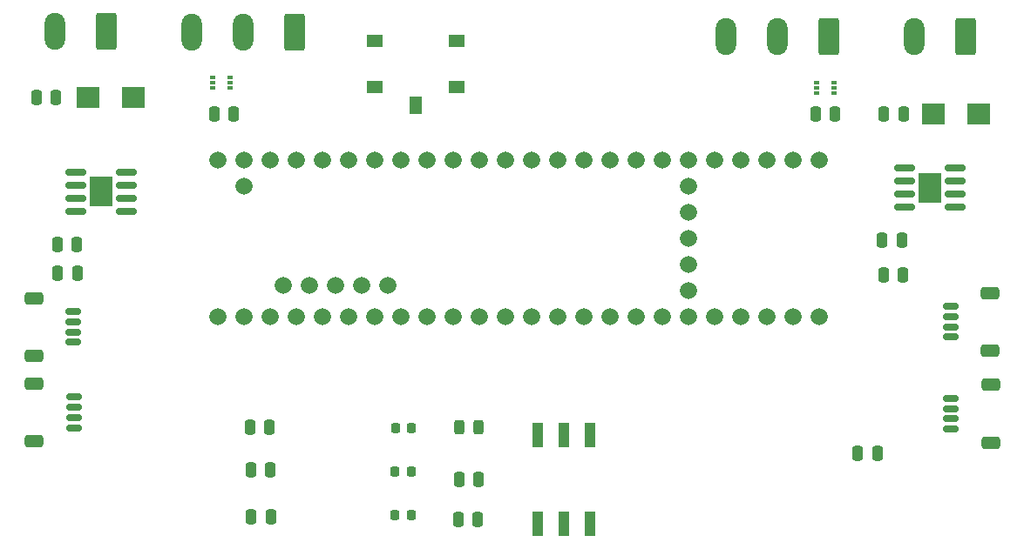
<source format=gbr>
%TF.GenerationSoftware,KiCad,Pcbnew,7.0.9*%
%TF.CreationDate,2023-12-24T18:07:12-08:00*%
%TF.ProjectId,RatatoulliBoard,52617461-746f-4756-9c6c-69426f617264,rev?*%
%TF.SameCoordinates,Original*%
%TF.FileFunction,Soldermask,Top*%
%TF.FilePolarity,Negative*%
%FSLAX46Y46*%
G04 Gerber Fmt 4.6, Leading zero omitted, Abs format (unit mm)*
G04 Created by KiCad (PCBNEW 7.0.9) date 2023-12-24 18:07:12*
%MOMM*%
%LPD*%
G01*
G04 APERTURE LIST*
G04 Aperture macros list*
%AMRoundRect*
0 Rectangle with rounded corners*
0 $1 Rounding radius*
0 $2 $3 $4 $5 $6 $7 $8 $9 X,Y pos of 4 corners*
0 Add a 4 corners polygon primitive as box body*
4,1,4,$2,$3,$4,$5,$6,$7,$8,$9,$2,$3,0*
0 Add four circle primitives for the rounded corners*
1,1,$1+$1,$2,$3*
1,1,$1+$1,$4,$5*
1,1,$1+$1,$6,$7*
1,1,$1+$1,$8,$9*
0 Add four rect primitives between the rounded corners*
20,1,$1+$1,$2,$3,$4,$5,0*
20,1,$1+$1,$4,$5,$6,$7,0*
20,1,$1+$1,$6,$7,$8,$9,0*
20,1,$1+$1,$8,$9,$2,$3,0*%
G04 Aperture macros list end*
%ADD10RoundRect,0.243750X-0.243750X-0.456250X0.243750X-0.456250X0.243750X0.456250X-0.243750X0.456250X0*%
%ADD11R,1.550000X1.300000*%
%ADD12R,1.300000X1.700000*%
%ADD13RoundRect,0.225000X-0.225000X-0.250000X0.225000X-0.250000X0.225000X0.250000X-0.225000X0.250000X0*%
%ADD14RoundRect,0.150000X-0.625000X0.150000X-0.625000X-0.150000X0.625000X-0.150000X0.625000X0.150000X0*%
%ADD15RoundRect,0.250000X-0.650000X0.350000X-0.650000X-0.350000X0.650000X-0.350000X0.650000X0.350000X0*%
%ADD16RoundRect,0.250000X-0.250000X-0.475000X0.250000X-0.475000X0.250000X0.475000X-0.250000X0.475000X0*%
%ADD17RoundRect,0.150000X0.625000X-0.150000X0.625000X0.150000X-0.625000X0.150000X-0.625000X-0.150000X0*%
%ADD18RoundRect,0.250000X0.650000X-0.350000X0.650000X0.350000X-0.650000X0.350000X-0.650000X-0.350000X0*%
%ADD19C,1.665000*%
%ADD20RoundRect,0.250000X0.250000X0.475000X-0.250000X0.475000X-0.250000X-0.475000X0.250000X-0.475000X0*%
%ADD21R,0.475000X0.300000*%
%ADD22R,2.200000X2.150000*%
%ADD23RoundRect,0.150000X-0.825000X-0.150000X0.825000X-0.150000X0.825000X0.150000X-0.825000X0.150000X0*%
%ADD24R,2.290000X3.000000*%
%ADD25RoundRect,0.250000X0.750000X1.550000X-0.750000X1.550000X-0.750000X-1.550000X0.750000X-1.550000X0*%
%ADD26O,2.000000X3.600000*%
%ADD27R,1.120000X2.440000*%
G04 APERTURE END LIST*
D10*
%TO.C,R9*%
X81255000Y-78740000D03*
X83130000Y-78740000D03*
%TD*%
D11*
%TO.C,SW2*%
X73106597Y-41131005D03*
X81066597Y-41131005D03*
X81066597Y-45631005D03*
X73106597Y-45631005D03*
D12*
X77086597Y-47471005D03*
%TD*%
D13*
%TO.C,D4*%
X75062507Y-83059706D03*
X76612507Y-83059706D03*
%TD*%
D14*
%TO.C,J5*%
X43814768Y-67508518D03*
X43814768Y-68508518D03*
X43814768Y-69508518D03*
X43814768Y-70508518D03*
D15*
X39939768Y-66208518D03*
X39939768Y-71808518D03*
%TD*%
D16*
%TO.C,C3*%
X122511384Y-63939313D03*
X124411384Y-63939313D03*
%TD*%
%TO.C,C1*%
X57470000Y-48260000D03*
X59370000Y-48260000D03*
%TD*%
D13*
%TO.C,D3*%
X75046245Y-87336397D03*
X76596245Y-87336397D03*
%TD*%
D17*
%TO.C,J6*%
X129000000Y-70000000D03*
X129000000Y-69000000D03*
X129000000Y-68000000D03*
X129000000Y-67000000D03*
D18*
X132875000Y-71300000D03*
X132875000Y-65700000D03*
%TD*%
D19*
%TO.C,IC1*%
X62903794Y-67993111D03*
X65443794Y-67993111D03*
X67983794Y-67993111D03*
X70523794Y-67993111D03*
X73063794Y-67993111D03*
X75603794Y-67993111D03*
X78143794Y-67993111D03*
X80683794Y-67993111D03*
X83223794Y-67993111D03*
X85763794Y-67993111D03*
X88303794Y-67993111D03*
X90843794Y-67993111D03*
X90843794Y-52753111D03*
X88303794Y-52753111D03*
X85763794Y-52753111D03*
X83223794Y-52753111D03*
X80683794Y-52753111D03*
X78143794Y-52753111D03*
X75603794Y-52753111D03*
X73063794Y-52753111D03*
X70523794Y-52753111D03*
X67983794Y-52753111D03*
X65443794Y-52753111D03*
X95923794Y-67993111D03*
X98463794Y-67993111D03*
X101003794Y-67993111D03*
X103543794Y-67993111D03*
X106083794Y-67993111D03*
X108623794Y-67993111D03*
X111163794Y-67993111D03*
X113703794Y-67993111D03*
X116243794Y-67993111D03*
X116243794Y-52753111D03*
X113703794Y-52753111D03*
X111163794Y-52753111D03*
X108623794Y-52753111D03*
X106083794Y-52753111D03*
X103543794Y-52753111D03*
X101003794Y-52753111D03*
X98463794Y-52753111D03*
X95923794Y-52753111D03*
X93383794Y-67993111D03*
X103543794Y-65453111D03*
X103543794Y-62913111D03*
X103543794Y-60373111D03*
X103543794Y-57833111D03*
X103543794Y-55293111D03*
X74333794Y-64943111D03*
X71793794Y-64943111D03*
X69253794Y-64943111D03*
X66713794Y-64943111D03*
X64173794Y-64943111D03*
X62903794Y-52753111D03*
X57823794Y-52753111D03*
X60363794Y-67993111D03*
X60363794Y-55293111D03*
X93383794Y-52753111D03*
X60363794Y-52753111D03*
X57823794Y-67993111D03*
%TD*%
D20*
%TO.C,C2*%
X117798639Y-48260000D03*
X115898639Y-48260000D03*
%TD*%
%TO.C,C8*%
X62945139Y-82951438D03*
X61045139Y-82951438D03*
%TD*%
D17*
%TO.C,J4*%
X129030968Y-78951087D03*
X129030968Y-77951087D03*
X129030968Y-76951087D03*
X129030968Y-75951087D03*
D18*
X132905968Y-80251087D03*
X132905968Y-74651087D03*
%TD*%
D13*
%TO.C,D5*%
X75086082Y-78886934D03*
X76636082Y-78886934D03*
%TD*%
D21*
%TO.C,IC3*%
X116002000Y-45220000D03*
X116002000Y-45720000D03*
X116002000Y-46220000D03*
X117678000Y-46220000D03*
X117678000Y-45720000D03*
X117678000Y-45220000D03*
%TD*%
D22*
%TO.C,D1*%
X45243462Y-46654814D03*
X49643462Y-46654814D03*
%TD*%
D23*
%TO.C,U2*%
X124540797Y-53555711D03*
X124540797Y-54825711D03*
X124540797Y-56095711D03*
X124540797Y-57365711D03*
X129490797Y-57365711D03*
X129490797Y-56095711D03*
X129490797Y-54825711D03*
X129490797Y-53555711D03*
D24*
X127015797Y-55460711D03*
%TD*%
D25*
%TO.C,J8*%
X65263975Y-40287754D03*
D26*
X60263975Y-40287754D03*
X55263975Y-40287754D03*
%TD*%
D20*
%TO.C,C9*%
X62860000Y-78740000D03*
X60960000Y-78740000D03*
%TD*%
D16*
%TO.C,R7*%
X81165560Y-87768400D03*
X83065560Y-87768400D03*
%TD*%
D14*
%TO.C,J3*%
X43884011Y-75841908D03*
X43884011Y-76841908D03*
X43884011Y-77841908D03*
X43884011Y-78841908D03*
D15*
X40009011Y-74541908D03*
X40009011Y-80141908D03*
%TD*%
D20*
%TO.C,C13*%
X121920000Y-81280000D03*
X120020000Y-81280000D03*
%TD*%
D16*
%TO.C,C10*%
X40195555Y-46636900D03*
X42095555Y-46636900D03*
%TD*%
%TO.C,R8*%
X81280000Y-83820000D03*
X83180000Y-83820000D03*
%TD*%
D23*
%TO.C,U1*%
X44021538Y-53955792D03*
X44021538Y-55225792D03*
X44021538Y-56495792D03*
X44021538Y-57765792D03*
X48971538Y-57765792D03*
X48971538Y-56495792D03*
X48971538Y-55225792D03*
X48971538Y-53955792D03*
D24*
X46496538Y-55860792D03*
%TD*%
D16*
%TO.C,C4*%
X122560000Y-48260000D03*
X124460000Y-48260000D03*
%TD*%
%TO.C,C6*%
X42274397Y-63757985D03*
X44174397Y-63757985D03*
%TD*%
D25*
%TO.C,J2*%
X130500000Y-40777500D03*
D26*
X125500000Y-40777500D03*
%TD*%
D16*
%TO.C,R1*%
X42230000Y-60960000D03*
X44130000Y-60960000D03*
%TD*%
D22*
%TO.C,D2*%
X127340000Y-48260000D03*
X131740000Y-48260000D03*
%TD*%
D21*
%TO.C,IC2*%
X59013901Y-45740516D03*
X59013901Y-45240516D03*
X59013901Y-44740516D03*
X57337901Y-44740516D03*
X57337901Y-45240516D03*
X57337901Y-45740516D03*
%TD*%
D26*
%TO.C,J7*%
X107177614Y-40728079D03*
X112177614Y-40728079D03*
D25*
X117177614Y-40728079D03*
%TD*%
%TO.C,J1*%
X47000000Y-40277500D03*
D26*
X42000000Y-40277500D03*
%TD*%
D16*
%TO.C,R4*%
X122394818Y-60529134D03*
X124294818Y-60529134D03*
%TD*%
D20*
%TO.C,C16*%
X62965401Y-87485729D03*
X61065401Y-87485729D03*
%TD*%
D27*
%TO.C,SW1*%
X88900000Y-88125000D03*
X91440000Y-88125000D03*
X93980000Y-88125000D03*
X93980000Y-79515000D03*
X91440000Y-79515000D03*
X88900000Y-79515000D03*
%TD*%
M02*

</source>
